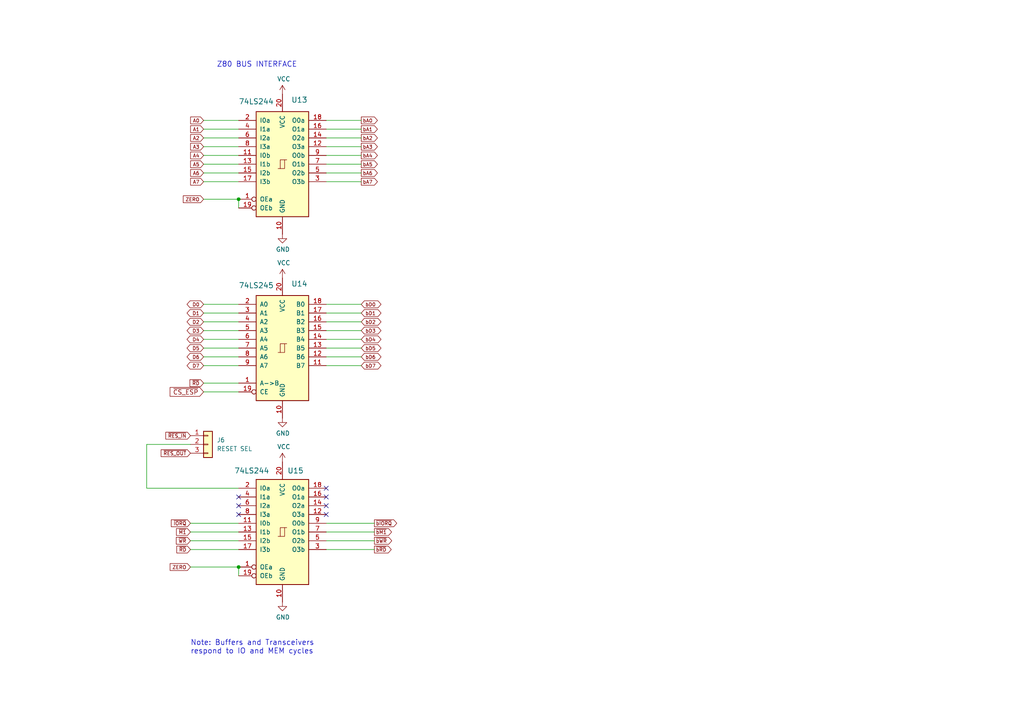
<source format=kicad_sch>
(kicad_sch (version 20211123) (generator eeschema)

  (uuid a150c93d-afbd-4852-9cea-e13a4c25a62b)

  (paper "A4")

  (title_block
    (title "Dual ESP32 IO")
    (date "2023-08-06")
    (rev "V1.0")
    (comment 1 "By Dan Werner")
  )

  (lib_symbols
    (symbol "74xx:74LS244" (pin_names (offset 1.016)) (in_bom yes) (on_board yes)
      (property "Reference" "U" (id 0) (at -7.62 16.51 0)
        (effects (font (size 1.27 1.27)))
      )
      (property "Value" "74LS244" (id 1) (at -7.62 -16.51 0)
        (effects (font (size 1.27 1.27)))
      )
      (property "Footprint" "" (id 2) (at 0 0 0)
        (effects (font (size 1.27 1.27)) hide)
      )
      (property "Datasheet" "http://www.ti.com/lit/ds/symlink/sn74ls244.pdf" (id 3) (at 0 0 0)
        (effects (font (size 1.27 1.27)) hide)
      )
      (property "ki_keywords" "7400 logic ttl low power schottky" (id 4) (at 0 0 0)
        (effects (font (size 1.27 1.27)) hide)
      )
      (property "ki_description" "Octal Buffer and Line Driver With 3-State Output, active-low enables, non-inverting outputs" (id 5) (at 0 0 0)
        (effects (font (size 1.27 1.27)) hide)
      )
      (property "ki_fp_filters" "DIP?20*" (id 6) (at 0 0 0)
        (effects (font (size 1.27 1.27)) hide)
      )
      (symbol "74LS244_1_0"
        (polyline
          (pts
            (xy -0.635 -1.27)
            (xy -0.635 1.27)
            (xy 0.635 1.27)
          )
          (stroke (width 0) (type default) (color 0 0 0 0))
          (fill (type none))
        )
        (polyline
          (pts
            (xy -1.27 -1.27)
            (xy 0.635 -1.27)
            (xy 0.635 1.27)
            (xy 1.27 1.27)
          )
          (stroke (width 0) (type default) (color 0 0 0 0))
          (fill (type none))
        )
        (pin input inverted (at -12.7 -10.16 0) (length 5.08)
          (name "OEa" (effects (font (size 1.27 1.27))))
          (number "1" (effects (font (size 1.27 1.27))))
        )
        (pin power_in line (at 0 -20.32 90) (length 5.08)
          (name "GND" (effects (font (size 1.27 1.27))))
          (number "10" (effects (font (size 1.27 1.27))))
        )
        (pin input line (at -12.7 2.54 0) (length 5.08)
          (name "I0b" (effects (font (size 1.27 1.27))))
          (number "11" (effects (font (size 1.27 1.27))))
        )
        (pin tri_state line (at 12.7 5.08 180) (length 5.08)
          (name "O3a" (effects (font (size 1.27 1.27))))
          (number "12" (effects (font (size 1.27 1.27))))
        )
        (pin input line (at -12.7 0 0) (length 5.08)
          (name "I1b" (effects (font (size 1.27 1.27))))
          (number "13" (effects (font (size 1.27 1.27))))
        )
        (pin tri_state line (at 12.7 7.62 180) (length 5.08)
          (name "O2a" (effects (font (size 1.27 1.27))))
          (number "14" (effects (font (size 1.27 1.27))))
        )
        (pin input line (at -12.7 -2.54 0) (length 5.08)
          (name "I2b" (effects (font (size 1.27 1.27))))
          (number "15" (effects (font (size 1.27 1.27))))
        )
        (pin tri_state line (at 12.7 10.16 180) (length 5.08)
          (name "O1a" (effects (font (size 1.27 1.27))))
          (number "16" (effects (font (size 1.27 1.27))))
        )
        (pin input line (at -12.7 -5.08 0) (length 5.08)
          (name "I3b" (effects (font (size 1.27 1.27))))
          (number "17" (effects (font (size 1.27 1.27))))
        )
        (pin tri_state line (at 12.7 12.7 180) (length 5.08)
          (name "O0a" (effects (font (size 1.27 1.27))))
          (number "18" (effects (font (size 1.27 1.27))))
        )
        (pin input inverted (at -12.7 -12.7 0) (length 5.08)
          (name "OEb" (effects (font (size 1.27 1.27))))
          (number "19" (effects (font (size 1.27 1.27))))
        )
        (pin input line (at -12.7 12.7 0) (length 5.08)
          (name "I0a" (effects (font (size 1.27 1.27))))
          (number "2" (effects (font (size 1.27 1.27))))
        )
        (pin power_in line (at 0 20.32 270) (length 5.08)
          (name "VCC" (effects (font (size 1.27 1.27))))
          (number "20" (effects (font (size 1.27 1.27))))
        )
        (pin tri_state line (at 12.7 -5.08 180) (length 5.08)
          (name "O3b" (effects (font (size 1.27 1.27))))
          (number "3" (effects (font (size 1.27 1.27))))
        )
        (pin input line (at -12.7 10.16 0) (length 5.08)
          (name "I1a" (effects (font (size 1.27 1.27))))
          (number "4" (effects (font (size 1.27 1.27))))
        )
        (pin tri_state line (at 12.7 -2.54 180) (length 5.08)
          (name "O2b" (effects (font (size 1.27 1.27))))
          (number "5" (effects (font (size 1.27 1.27))))
        )
        (pin input line (at -12.7 7.62 0) (length 5.08)
          (name "I2a" (effects (font (size 1.27 1.27))))
          (number "6" (effects (font (size 1.27 1.27))))
        )
        (pin tri_state line (at 12.7 0 180) (length 5.08)
          (name "O1b" (effects (font (size 1.27 1.27))))
          (number "7" (effects (font (size 1.27 1.27))))
        )
        (pin input line (at -12.7 5.08 0) (length 5.08)
          (name "I3a" (effects (font (size 1.27 1.27))))
          (number "8" (effects (font (size 1.27 1.27))))
        )
        (pin tri_state line (at 12.7 2.54 180) (length 5.08)
          (name "O0b" (effects (font (size 1.27 1.27))))
          (number "9" (effects (font (size 1.27 1.27))))
        )
      )
      (symbol "74LS244_1_1"
        (rectangle (start -7.62 15.24) (end 7.62 -15.24)
          (stroke (width 0.254) (type default) (color 0 0 0 0))
          (fill (type background))
        )
      )
    )
    (symbol "74xx:74LS245" (pin_names (offset 1.016)) (in_bom yes) (on_board yes)
      (property "Reference" "U" (id 0) (at -7.62 16.51 0)
        (effects (font (size 1.27 1.27)))
      )
      (property "Value" "74LS245" (id 1) (at -7.62 -16.51 0)
        (effects (font (size 1.27 1.27)))
      )
      (property "Footprint" "" (id 2) (at 0 0 0)
        (effects (font (size 1.27 1.27)) hide)
      )
      (property "Datasheet" "http://www.ti.com/lit/gpn/sn74LS245" (id 3) (at 0 0 0)
        (effects (font (size 1.27 1.27)) hide)
      )
      (property "ki_locked" "" (id 4) (at 0 0 0)
        (effects (font (size 1.27 1.27)))
      )
      (property "ki_keywords" "TTL BUS 3State" (id 5) (at 0 0 0)
        (effects (font (size 1.27 1.27)) hide)
      )
      (property "ki_description" "Octal BUS Transceivers, 3-State outputs" (id 6) (at 0 0 0)
        (effects (font (size 1.27 1.27)) hide)
      )
      (property "ki_fp_filters" "DIP?20*" (id 7) (at 0 0 0)
        (effects (font (size 1.27 1.27)) hide)
      )
      (symbol "74LS245_1_0"
        (polyline
          (pts
            (xy -0.635 -1.27)
            (xy -0.635 1.27)
            (xy 0.635 1.27)
          )
          (stroke (width 0) (type default) (color 0 0 0 0))
          (fill (type none))
        )
        (polyline
          (pts
            (xy -1.27 -1.27)
            (xy 0.635 -1.27)
            (xy 0.635 1.27)
            (xy 1.27 1.27)
          )
          (stroke (width 0) (type default) (color 0 0 0 0))
          (fill (type none))
        )
        (pin input line (at -12.7 -10.16 0) (length 5.08)
          (name "A->B" (effects (font (size 1.27 1.27))))
          (number "1" (effects (font (size 1.27 1.27))))
        )
        (pin power_in line (at 0 -20.32 90) (length 5.08)
          (name "GND" (effects (font (size 1.27 1.27))))
          (number "10" (effects (font (size 1.27 1.27))))
        )
        (pin tri_state line (at 12.7 -5.08 180) (length 5.08)
          (name "B7" (effects (font (size 1.27 1.27))))
          (number "11" (effects (font (size 1.27 1.27))))
        )
        (pin tri_state line (at 12.7 -2.54 180) (length 5.08)
          (name "B6" (effects (font (size 1.27 1.27))))
          (number "12" (effects (font (size 1.27 1.27))))
        )
        (pin tri_state line (at 12.7 0 180) (length 5.08)
          (name "B5" (effects (font (size 1.27 1.27))))
          (number "13" (effects (font (size 1.27 1.27))))
        )
        (pin tri_state line (at 12.7 2.54 180) (length 5.08)
          (name "B4" (effects (font (size 1.27 1.27))))
          (number "14" (effects (font (size 1.27 1.27))))
        )
        (pin tri_state line (at 12.7 5.08 180) (length 5.08)
          (name "B3" (effects (font (size 1.27 1.27))))
          (number "15" (effects (font (size 1.27 1.27))))
        )
        (pin tri_state line (at 12.7 7.62 180) (length 5.08)
          (name "B2" (effects (font (size 1.27 1.27))))
          (number "16" (effects (font (size 1.27 1.27))))
        )
        (pin tri_state line (at 12.7 10.16 180) (length 5.08)
          (name "B1" (effects (font (size 1.27 1.27))))
          (number "17" (effects (font (size 1.27 1.27))))
        )
        (pin tri_state line (at 12.7 12.7 180) (length 5.08)
          (name "B0" (effects (font (size 1.27 1.27))))
          (number "18" (effects (font (size 1.27 1.27))))
        )
        (pin input inverted (at -12.7 -12.7 0) (length 5.08)
          (name "CE" (effects (font (size 1.27 1.27))))
          (number "19" (effects (font (size 1.27 1.27))))
        )
        (pin tri_state line (at -12.7 12.7 0) (length 5.08)
          (name "A0" (effects (font (size 1.27 1.27))))
          (number "2" (effects (font (size 1.27 1.27))))
        )
        (pin power_in line (at 0 20.32 270) (length 5.08)
          (name "VCC" (effects (font (size 1.27 1.27))))
          (number "20" (effects (font (size 1.27 1.27))))
        )
        (pin tri_state line (at -12.7 10.16 0) (length 5.08)
          (name "A1" (effects (font (size 1.27 1.27))))
          (number "3" (effects (font (size 1.27 1.27))))
        )
        (pin tri_state line (at -12.7 7.62 0) (length 5.08)
          (name "A2" (effects (font (size 1.27 1.27))))
          (number "4" (effects (font (size 1.27 1.27))))
        )
        (pin tri_state line (at -12.7 5.08 0) (length 5.08)
          (name "A3" (effects (font (size 1.27 1.27))))
          (number "5" (effects (font (size 1.27 1.27))))
        )
        (pin tri_state line (at -12.7 2.54 0) (length 5.08)
          (name "A4" (effects (font (size 1.27 1.27))))
          (number "6" (effects (font (size 1.27 1.27))))
        )
        (pin tri_state line (at -12.7 0 0) (length 5.08)
          (name "A5" (effects (font (size 1.27 1.27))))
          (number "7" (effects (font (size 1.27 1.27))))
        )
        (pin tri_state line (at -12.7 -2.54 0) (length 5.08)
          (name "A6" (effects (font (size 1.27 1.27))))
          (number "8" (effects (font (size 1.27 1.27))))
        )
        (pin tri_state line (at -12.7 -5.08 0) (length 5.08)
          (name "A7" (effects (font (size 1.27 1.27))))
          (number "9" (effects (font (size 1.27 1.27))))
        )
      )
      (symbol "74LS245_1_1"
        (rectangle (start -7.62 15.24) (end 7.62 -15.24)
          (stroke (width 0.254) (type default) (color 0 0 0 0))
          (fill (type background))
        )
      )
    )
    (symbol "Connector_Generic:Conn_01x03" (pin_names (offset 1.016) hide) (in_bom yes) (on_board yes)
      (property "Reference" "J" (id 0) (at 0 5.08 0)
        (effects (font (size 1.27 1.27)))
      )
      (property "Value" "Conn_01x03" (id 1) (at 0 -5.08 0)
        (effects (font (size 1.27 1.27)))
      )
      (property "Footprint" "" (id 2) (at 0 0 0)
        (effects (font (size 1.27 1.27)) hide)
      )
      (property "Datasheet" "~" (id 3) (at 0 0 0)
        (effects (font (size 1.27 1.27)) hide)
      )
      (property "ki_keywords" "connector" (id 4) (at 0 0 0)
        (effects (font (size 1.27 1.27)) hide)
      )
      (property "ki_description" "Generic connector, single row, 01x03, script generated (kicad-library-utils/schlib/autogen/connector/)" (id 5) (at 0 0 0)
        (effects (font (size 1.27 1.27)) hide)
      )
      (property "ki_fp_filters" "Connector*:*_1x??_*" (id 6) (at 0 0 0)
        (effects (font (size 1.27 1.27)) hide)
      )
      (symbol "Conn_01x03_1_1"
        (rectangle (start -1.27 -2.413) (end 0 -2.667)
          (stroke (width 0.1524) (type default) (color 0 0 0 0))
          (fill (type none))
        )
        (rectangle (start -1.27 0.127) (end 0 -0.127)
          (stroke (width 0.1524) (type default) (color 0 0 0 0))
          (fill (type none))
        )
        (rectangle (start -1.27 2.667) (end 0 2.413)
          (stroke (width 0.1524) (type default) (color 0 0 0 0))
          (fill (type none))
        )
        (rectangle (start -1.27 3.81) (end 1.27 -3.81)
          (stroke (width 0.254) (type default) (color 0 0 0 0))
          (fill (type background))
        )
        (pin passive line (at -5.08 2.54 0) (length 3.81)
          (name "Pin_1" (effects (font (size 1.27 1.27))))
          (number "1" (effects (font (size 1.27 1.27))))
        )
        (pin passive line (at -5.08 0 0) (length 3.81)
          (name "Pin_2" (effects (font (size 1.27 1.27))))
          (number "2" (effects (font (size 1.27 1.27))))
        )
        (pin passive line (at -5.08 -2.54 0) (length 3.81)
          (name "Pin_3" (effects (font (size 1.27 1.27))))
          (number "3" (effects (font (size 1.27 1.27))))
        )
      )
    )
    (symbol "power:GND" (power) (pin_names (offset 0)) (in_bom yes) (on_board yes)
      (property "Reference" "#PWR" (id 0) (at 0 -6.35 0)
        (effects (font (size 1.27 1.27)) hide)
      )
      (property "Value" "GND" (id 1) (at 0 -3.81 0)
        (effects (font (size 1.27 1.27)))
      )
      (property "Footprint" "" (id 2) (at 0 0 0)
        (effects (font (size 1.27 1.27)) hide)
      )
      (property "Datasheet" "" (id 3) (at 0 0 0)
        (effects (font (size 1.27 1.27)) hide)
      )
      (property "ki_keywords" "global power" (id 4) (at 0 0 0)
        (effects (font (size 1.27 1.27)) hide)
      )
      (property "ki_description" "Power symbol creates a global label with name \"GND\" , ground" (id 5) (at 0 0 0)
        (effects (font (size 1.27 1.27)) hide)
      )
      (symbol "GND_0_1"
        (polyline
          (pts
            (xy 0 0)
            (xy 0 -1.27)
            (xy 1.27 -1.27)
            (xy 0 -2.54)
            (xy -1.27 -1.27)
            (xy 0 -1.27)
          )
          (stroke (width 0) (type default) (color 0 0 0 0))
          (fill (type none))
        )
      )
      (symbol "GND_1_1"
        (pin power_in line (at 0 0 270) (length 0) hide
          (name "GND" (effects (font (size 1.27 1.27))))
          (number "1" (effects (font (size 1.27 1.27))))
        )
      )
    )
    (symbol "power:VCC" (power) (pin_names (offset 0)) (in_bom yes) (on_board yes)
      (property "Reference" "#PWR" (id 0) (at 0 -3.81 0)
        (effects (font (size 1.27 1.27)) hide)
      )
      (property "Value" "VCC" (id 1) (at 0 3.81 0)
        (effects (font (size 1.27 1.27)))
      )
      (property "Footprint" "" (id 2) (at 0 0 0)
        (effects (font (size 1.27 1.27)) hide)
      )
      (property "Datasheet" "" (id 3) (at 0 0 0)
        (effects (font (size 1.27 1.27)) hide)
      )
      (property "ki_keywords" "global power" (id 4) (at 0 0 0)
        (effects (font (size 1.27 1.27)) hide)
      )
      (property "ki_description" "Power symbol creates a global label with name \"VCC\"" (id 5) (at 0 0 0)
        (effects (font (size 1.27 1.27)) hide)
      )
      (symbol "VCC_0_1"
        (polyline
          (pts
            (xy -0.762 1.27)
            (xy 0 2.54)
          )
          (stroke (width 0) (type default) (color 0 0 0 0))
          (fill (type none))
        )
        (polyline
          (pts
            (xy 0 0)
            (xy 0 2.54)
          )
          (stroke (width 0) (type default) (color 0 0 0 0))
          (fill (type none))
        )
        (polyline
          (pts
            (xy 0 2.54)
            (xy 0.762 1.27)
          )
          (stroke (width 0) (type default) (color 0 0 0 0))
          (fill (type none))
        )
      )
      (symbol "VCC_1_1"
        (pin power_in line (at 0 0 90) (length 0) hide
          (name "VCC" (effects (font (size 1.27 1.27))))
          (number "1" (effects (font (size 1.27 1.27))))
        )
      )
    )
  )

  (junction (at 69.215 57.785) (diameter 0) (color 0 0 0 0)
    (uuid 940ecbae-56d6-43be-8053-23b20d9f8307)
  )
  (junction (at 69.215 164.465) (diameter 0) (color 0 0 0 0)
    (uuid ec194f54-52c3-410c-adb7-eb6317f36d10)
  )

  (no_connect (at 94.615 144.145) (uuid 1e813506-8a47-48dd-8c56-021e0c65116f))
  (no_connect (at 69.215 146.685) (uuid 22b4b00b-ed94-472c-b695-8fe0881b7beb))
  (no_connect (at 69.215 144.145) (uuid 478bec85-6bae-4eaf-a118-d1c2b7e44f59))
  (no_connect (at 94.615 146.685) (uuid 70b9b17f-0e4f-47c4-953e-a89e7536e39d))
  (no_connect (at 69.215 149.225) (uuid 9e6fde63-8e09-45f1-b957-0dc012a73bca))
  (no_connect (at 94.615 149.225) (uuid a19a2a7d-0ad0-425f-a894-563be7efa4cf))
  (no_connect (at 94.615 141.605) (uuid aec11c76-832d-4421-bb89-60d0ef861bf6))

  (wire (pts (xy 59.055 95.885) (xy 69.215 95.885))
    (stroke (width 0) (type default) (color 0 0 0 0))
    (uuid 00e6a4d1-1a5b-4715-9aba-0e0e78758e50)
  )
  (wire (pts (xy 59.055 111.125) (xy 69.215 111.125))
    (stroke (width 0) (type default) (color 0 0 0 0))
    (uuid 0349af71-4bdb-4361-817c-4cca9a5c1dea)
  )
  (wire (pts (xy 94.615 93.345) (xy 104.775 93.345))
    (stroke (width 0) (type default) (color 0 0 0 0))
    (uuid 056d8058-35b3-4164-b497-544349fce931)
  )
  (wire (pts (xy 59.055 100.965) (xy 69.215 100.965))
    (stroke (width 0) (type default) (color 0 0 0 0))
    (uuid 086f8617-a8ca-4db2-bc43-6d2872b93708)
  )
  (wire (pts (xy 59.055 42.545) (xy 69.215 42.545))
    (stroke (width 0) (type default) (color 0 0 0 0))
    (uuid 0bcad565-3dca-4339-8b00-6b753e2b1349)
  )
  (wire (pts (xy 94.615 103.505) (xy 104.775 103.505))
    (stroke (width 0) (type default) (color 0 0 0 0))
    (uuid 12d6d711-04ca-40f6-b37c-011b20484cd4)
  )
  (wire (pts (xy 59.055 37.465) (xy 69.215 37.465))
    (stroke (width 0) (type default) (color 0 0 0 0))
    (uuid 14453834-a95d-411f-9dd2-625110d76890)
  )
  (wire (pts (xy 94.615 156.845) (xy 108.585 156.845))
    (stroke (width 0) (type default) (color 0 0 0 0))
    (uuid 1d5f805e-fb24-491f-8a87-b1f7d0d524ba)
  )
  (wire (pts (xy 94.615 95.885) (xy 104.775 95.885))
    (stroke (width 0) (type default) (color 0 0 0 0))
    (uuid 25465bf9-cecb-4425-80da-f0d1cac350f4)
  )
  (wire (pts (xy 94.615 40.005) (xy 104.775 40.005))
    (stroke (width 0) (type default) (color 0 0 0 0))
    (uuid 2651d484-aabf-47c2-a4eb-1607ac181aba)
  )
  (wire (pts (xy 42.545 128.905) (xy 42.545 141.605))
    (stroke (width 0) (type default) (color 0 0 0 0))
    (uuid 2903c6b9-a512-47ea-9ccb-39b2191eb00d)
  )
  (wire (pts (xy 94.615 42.545) (xy 104.775 42.545))
    (stroke (width 0) (type default) (color 0 0 0 0))
    (uuid 2eae0a6b-7e31-4805-bccb-054f6e9e39e7)
  )
  (wire (pts (xy 94.615 154.305) (xy 108.585 154.305))
    (stroke (width 0) (type default) (color 0 0 0 0))
    (uuid 32a254b8-8b9a-4dbe-a700-f7820f00497e)
  )
  (wire (pts (xy 94.615 100.965) (xy 104.775 100.965))
    (stroke (width 0) (type default) (color 0 0 0 0))
    (uuid 3704d750-d87f-4721-8488-0eb12edb6b55)
  )
  (wire (pts (xy 69.215 60.325) (xy 69.215 57.785))
    (stroke (width 0) (type default) (color 0 0 0 0))
    (uuid 3b1b18ae-e291-4083-9d40-22ae378ffbad)
  )
  (wire (pts (xy 94.615 159.385) (xy 108.585 159.385))
    (stroke (width 0) (type default) (color 0 0 0 0))
    (uuid 3f9e326f-d1e8-4e9c-8815-8351df03f903)
  )
  (wire (pts (xy 59.055 88.265) (xy 69.215 88.265))
    (stroke (width 0) (type default) (color 0 0 0 0))
    (uuid 4dc5bea0-b6f4-4aec-b3c0-0428765634a9)
  )
  (wire (pts (xy 59.055 50.165) (xy 69.215 50.165))
    (stroke (width 0) (type default) (color 0 0 0 0))
    (uuid 4f779b8f-e3c7-4096-a688-3ea29bc96416)
  )
  (wire (pts (xy 59.055 45.085) (xy 69.215 45.085))
    (stroke (width 0) (type default) (color 0 0 0 0))
    (uuid 59b8bebe-4f7f-47c1-afd7-4e313ef5dc38)
  )
  (wire (pts (xy 94.615 52.705) (xy 104.775 52.705))
    (stroke (width 0) (type default) (color 0 0 0 0))
    (uuid 690c65b4-1414-41f1-a266-bd6b90a8b1eb)
  )
  (wire (pts (xy 94.615 45.085) (xy 104.775 45.085))
    (stroke (width 0) (type default) (color 0 0 0 0))
    (uuid 75315fb5-3cb6-41e0-8d1b-3add3e8c3c05)
  )
  (wire (pts (xy 55.245 159.385) (xy 69.215 159.385))
    (stroke (width 0) (type default) (color 0 0 0 0))
    (uuid 82149f68-34db-474c-aab8-9c22c4d74e01)
  )
  (wire (pts (xy 59.055 90.805) (xy 69.215 90.805))
    (stroke (width 0) (type default) (color 0 0 0 0))
    (uuid 84530fc4-c751-400a-8ad5-157ee383dda2)
  )
  (wire (pts (xy 94.615 90.805) (xy 104.775 90.805))
    (stroke (width 0) (type default) (color 0 0 0 0))
    (uuid 90658f5f-1248-4b8a-a037-05e7b7c35da3)
  )
  (wire (pts (xy 94.615 34.925) (xy 104.775 34.925))
    (stroke (width 0) (type default) (color 0 0 0 0))
    (uuid 90c5b347-dbfb-4cfe-9d75-d19f62bc480d)
  )
  (wire (pts (xy 59.055 47.625) (xy 69.215 47.625))
    (stroke (width 0) (type default) (color 0 0 0 0))
    (uuid 91f1575d-c610-4222-b631-1068df39e25f)
  )
  (wire (pts (xy 55.245 151.765) (xy 69.215 151.765))
    (stroke (width 0) (type default) (color 0 0 0 0))
    (uuid 922ebf9e-ecf8-4b1b-976a-63b26ef50a4e)
  )
  (wire (pts (xy 94.615 151.765) (xy 108.585 151.765))
    (stroke (width 0) (type default) (color 0 0 0 0))
    (uuid 9f51d47f-521e-4106-abd8-c5e212cac679)
  )
  (wire (pts (xy 59.055 57.785) (xy 69.215 57.785))
    (stroke (width 0) (type default) (color 0 0 0 0))
    (uuid a1acd90c-0501-4f75-adc5-9af7178ae728)
  )
  (wire (pts (xy 94.615 88.265) (xy 104.775 88.265))
    (stroke (width 0) (type default) (color 0 0 0 0))
    (uuid a37fc483-8e39-487e-94b1-8ca080645cf5)
  )
  (wire (pts (xy 59.055 98.425) (xy 69.215 98.425))
    (stroke (width 0) (type default) (color 0 0 0 0))
    (uuid b0627e0d-f87a-4562-b48a-f9025fceedf6)
  )
  (wire (pts (xy 94.615 106.045) (xy 104.775 106.045))
    (stroke (width 0) (type default) (color 0 0 0 0))
    (uuid b077f8e9-e514-42de-a040-c6742146ac0e)
  )
  (wire (pts (xy 59.055 93.345) (xy 69.215 93.345))
    (stroke (width 0) (type default) (color 0 0 0 0))
    (uuid b5686a9d-9a6a-446d-bc85-aad013b9b513)
  )
  (wire (pts (xy 94.615 50.165) (xy 104.775 50.165))
    (stroke (width 0) (type default) (color 0 0 0 0))
    (uuid b6eef278-942e-4121-a2d9-c5b1de9f8f60)
  )
  (wire (pts (xy 94.615 37.465) (xy 104.775 37.465))
    (stroke (width 0) (type default) (color 0 0 0 0))
    (uuid badb036e-da75-4b20-8d7f-d187b5cf0f21)
  )
  (wire (pts (xy 59.055 106.045) (xy 69.215 106.045))
    (stroke (width 0) (type default) (color 0 0 0 0))
    (uuid bbd14609-6d0b-4cfc-a380-4d607517a7e2)
  )
  (wire (pts (xy 55.245 154.305) (xy 69.215 154.305))
    (stroke (width 0) (type default) (color 0 0 0 0))
    (uuid bc231d5c-7aeb-4f9d-aba8-eee1aee56a88)
  )
  (wire (pts (xy 42.545 141.605) (xy 69.215 141.605))
    (stroke (width 0) (type default) (color 0 0 0 0))
    (uuid c025c3f0-2f7d-4014-8d1a-4890db3a0f3f)
  )
  (wire (pts (xy 94.615 47.625) (xy 104.775 47.625))
    (stroke (width 0) (type default) (color 0 0 0 0))
    (uuid c061b02c-5c86-48e7-8364-7d70932b6e9c)
  )
  (wire (pts (xy 69.215 164.465) (xy 69.215 167.005))
    (stroke (width 0) (type default) (color 0 0 0 0))
    (uuid c5eccda0-d169-4b07-8e42-0a7247256219)
  )
  (wire (pts (xy 94.615 98.425) (xy 104.775 98.425))
    (stroke (width 0) (type default) (color 0 0 0 0))
    (uuid ca75b9a8-88ff-4cca-9136-1a44f7ee082d)
  )
  (wire (pts (xy 55.245 156.845) (xy 69.215 156.845))
    (stroke (width 0) (type default) (color 0 0 0 0))
    (uuid cd76de0e-280d-4e66-88eb-98ea543ba834)
  )
  (wire (pts (xy 59.055 40.005) (xy 69.215 40.005))
    (stroke (width 0) (type default) (color 0 0 0 0))
    (uuid d17d395c-becd-479c-8d8b-e94bfeeaf8ea)
  )
  (wire (pts (xy 59.055 113.665) (xy 69.215 113.665))
    (stroke (width 0) (type default) (color 0 0 0 0))
    (uuid d78352b5-d2d4-44ce-8683-3d0a7a59dac3)
  )
  (wire (pts (xy 55.245 164.465) (xy 69.215 164.465))
    (stroke (width 0) (type default) (color 0 0 0 0))
    (uuid ddfc1309-c57b-4465-bb92-a9a9533aefeb)
  )
  (wire (pts (xy 42.545 128.905) (xy 55.245 128.905))
    (stroke (width 0) (type default) (color 0 0 0 0))
    (uuid e4194271-eb6f-4906-9a3a-cc6d8e4b69c8)
  )
  (wire (pts (xy 59.055 34.925) (xy 69.215 34.925))
    (stroke (width 0) (type default) (color 0 0 0 0))
    (uuid ec0462c5-1dd8-4936-ae19-99ddb33cecfe)
  )
  (wire (pts (xy 59.055 103.505) (xy 69.215 103.505))
    (stroke (width 0) (type default) (color 0 0 0 0))
    (uuid f117fe2d-8636-49f8-bdf9-c5176210e1b6)
  )
  (wire (pts (xy 59.055 52.705) (xy 69.215 52.705))
    (stroke (width 0) (type default) (color 0 0 0 0))
    (uuid fe5f627e-fadf-4dc9-916b-3f41e469023c)
  )

  (text "Note: Buffers and Transceivers\nrespond to IO and MEM cycles"
    (at 55.245 189.865 0)
    (effects (font (size 1.524 1.524)) (justify left bottom))
    (uuid 7d58ba94-16ca-49f1-8fdd-777b187129b7)
  )
  (text "Z80 BUS INTERFACE" (at 62.865 19.685 0)
    (effects (font (size 1.524 1.524)) (justify left bottom))
    (uuid 9d75f061-443d-46b6-a459-74518429f6a9)
  )

  (global_label "A5" (shape input) (at 59.055 47.625 180) (fields_autoplaced)
    (effects (font (size 1.016 1.016)) (justify right))
    (uuid 0394e9be-8079-4eb5-8c47-c6326653c2a0)
    (property "Intersheet References" "${INTERSHEET_REFS}" (id 0) (at -98.425 -15.875 0)
      (effects (font (size 1.27 1.27)) hide)
    )
  )
  (global_label "~{RES_IN}" (shape input) (at 55.245 126.365 180) (fields_autoplaced)
    (effects (font (size 1.016 1.016)) (justify right))
    (uuid 163266a6-7cf7-4940-8453-b68421cce376)
    (property "Intersheet References" "${INTERSHEET_REFS}" (id 0) (at 48.1606 126.3015 0)
      (effects (font (size 1.016 1.016)) (justify right) hide)
    )
  )
  (global_label "~{RD}" (shape input) (at 55.245 159.385 180) (fields_autoplaced)
    (effects (font (size 1.016 1.016)) (justify right))
    (uuid 196ffa4a-a1d9-48d2-81d2-deff863d49bd)
    (property "Intersheet References" "${INTERSHEET_REFS}" (id 0) (at -98.425 -15.875 0)
      (effects (font (size 1.27 1.27)) hide)
    )
  )
  (global_label "bD3" (shape bidirectional) (at 104.775 95.885 0) (fields_autoplaced)
    (effects (font (size 1.016 1.016)) (justify left))
    (uuid 1dac1ab3-34a9-4d67-98eb-a4ef3f0c130b)
    (property "Intersheet References" "${INTERSHEET_REFS}" (id 0) (at -98.425 -15.875 0)
      (effects (font (size 1.27 1.27)) hide)
    )
  )
  (global_label "D7" (shape bidirectional) (at 59.055 106.045 180) (fields_autoplaced)
    (effects (font (size 1.016 1.016)) (justify right))
    (uuid 1ed6a73f-c40f-4dbe-bf2d-bbb81891db93)
    (property "Intersheet References" "${INTERSHEET_REFS}" (id 0) (at -98.425 -15.875 0)
      (effects (font (size 1.27 1.27)) hide)
    )
  )
  (global_label "~{WR}" (shape input) (at 55.245 156.845 180) (fields_autoplaced)
    (effects (font (size 1.016 1.016)) (justify right))
    (uuid 21b680f7-6cc4-4a27-97a1-653cef7b0c9a)
    (property "Intersheet References" "${INTERSHEET_REFS}" (id 0) (at -98.425 -15.875 0)
      (effects (font (size 1.27 1.27)) hide)
    )
  )
  (global_label "bA4" (shape output) (at 104.775 45.085 0) (fields_autoplaced)
    (effects (font (size 1.016 1.016)) (justify left))
    (uuid 21cc4b9c-b5e1-4008-a6c5-3eb7b879761f)
    (property "Intersheet References" "${INTERSHEET_REFS}" (id 0) (at -98.425 -15.875 0)
      (effects (font (size 1.27 1.27)) hide)
    )
  )
  (global_label "D2" (shape bidirectional) (at 59.055 93.345 180) (fields_autoplaced)
    (effects (font (size 1.016 1.016)) (justify right))
    (uuid 2526f020-3981-42e1-949b-c37ce882fb0c)
    (property "Intersheet References" "${INTERSHEET_REFS}" (id 0) (at -98.425 -15.875 0)
      (effects (font (size 1.27 1.27)) hide)
    )
  )
  (global_label "~{bIORQ}" (shape output) (at 108.585 151.765 0) (fields_autoplaced)
    (effects (font (size 1.016 1.016)) (justify left))
    (uuid 2a177595-9fbb-4d64-83be-08ad19f8558f)
    (property "Intersheet References" "${INTERSHEET_REFS}" (id 0) (at -98.425 -15.875 0)
      (effects (font (size 1.27 1.27)) hide)
    )
  )
  (global_label "A1" (shape input) (at 59.055 37.465 180) (fields_autoplaced)
    (effects (font (size 1.016 1.016)) (justify right))
    (uuid 2f183afd-c34e-4f41-927b-2b832f6c05b4)
    (property "Intersheet References" "${INTERSHEET_REFS}" (id 0) (at -98.425 -15.875 0)
      (effects (font (size 1.27 1.27)) hide)
    )
  )
  (global_label "bA5" (shape output) (at 104.775 47.625 0) (fields_autoplaced)
    (effects (font (size 1.016 1.016)) (justify left))
    (uuid 2f9f7341-0703-488b-905a-3319cefa1d18)
    (property "Intersheet References" "${INTERSHEET_REFS}" (id 0) (at -98.425 -15.875 0)
      (effects (font (size 1.27 1.27)) hide)
    )
  )
  (global_label "bA2" (shape output) (at 104.775 40.005 0) (fields_autoplaced)
    (effects (font (size 1.016 1.016)) (justify left))
    (uuid 34e7d336-ed70-4d1e-951f-f732f792331e)
    (property "Intersheet References" "${INTERSHEET_REFS}" (id 0) (at -98.425 -15.875 0)
      (effects (font (size 1.27 1.27)) hide)
    )
  )
  (global_label "bA1" (shape output) (at 104.775 37.465 0) (fields_autoplaced)
    (effects (font (size 1.016 1.016)) (justify left))
    (uuid 3a5f4520-58dd-421a-af27-2e3a0f0d4c34)
    (property "Intersheet References" "${INTERSHEET_REFS}" (id 0) (at -98.425 -15.875 0)
      (effects (font (size 1.27 1.27)) hide)
    )
  )
  (global_label "bA7" (shape output) (at 104.775 52.705 0) (fields_autoplaced)
    (effects (font (size 1.016 1.016)) (justify left))
    (uuid 3fe3eeb9-91cf-4502-a978-5e80670230a3)
    (property "Intersheet References" "${INTERSHEET_REFS}" (id 0) (at -98.425 -15.875 0)
      (effects (font (size 1.27 1.27)) hide)
    )
  )
  (global_label "ZERO" (shape input) (at 59.055 57.785 180) (fields_autoplaced)
    (effects (font (size 1.016 1.016)) (justify right))
    (uuid 4b0d6a7a-d52e-48ed-9e02-2d7c3e6fa4e9)
    (property "Intersheet References" "${INTERSHEET_REFS}" (id 0) (at -98.425 -15.875 0)
      (effects (font (size 1.27 1.27)) hide)
    )
  )
  (global_label "bA6" (shape output) (at 104.775 50.165 0) (fields_autoplaced)
    (effects (font (size 1.016 1.016)) (justify left))
    (uuid 5353821d-11b5-4411-8ff1-3ee070cc6642)
    (property "Intersheet References" "${INTERSHEET_REFS}" (id 0) (at -98.425 -15.875 0)
      (effects (font (size 1.27 1.27)) hide)
    )
  )
  (global_label "A2" (shape input) (at 59.055 40.005 180) (fields_autoplaced)
    (effects (font (size 1.016 1.016)) (justify right))
    (uuid 536d8d2a-8f9d-45d2-9313-47aaecc7cde2)
    (property "Intersheet References" "${INTERSHEET_REFS}" (id 0) (at -98.425 -15.875 0)
      (effects (font (size 1.27 1.27)) hide)
    )
  )
  (global_label "A4" (shape input) (at 59.055 45.085 180) (fields_autoplaced)
    (effects (font (size 1.016 1.016)) (justify right))
    (uuid 545916b2-5fd6-4c21-8ec6-e1f824830f2a)
    (property "Intersheet References" "${INTERSHEET_REFS}" (id 0) (at -98.425 -15.875 0)
      (effects (font (size 1.27 1.27)) hide)
    )
  )
  (global_label "bD4" (shape bidirectional) (at 104.775 98.425 0) (fields_autoplaced)
    (effects (font (size 1.016 1.016)) (justify left))
    (uuid 54aedb56-2eb1-4d07-b812-678461f0bc74)
    (property "Intersheet References" "${INTERSHEET_REFS}" (id 0) (at -98.425 -15.875 0)
      (effects (font (size 1.27 1.27)) hide)
    )
  )
  (global_label "~{bM1}" (shape output) (at 108.585 154.305 0) (fields_autoplaced)
    (effects (font (size 1.016 1.016)) (justify left))
    (uuid 55f07774-d02d-416e-bab8-26c5ad3875de)
    (property "Intersheet References" "${INTERSHEET_REFS}" (id 0) (at -98.425 -15.875 0)
      (effects (font (size 1.27 1.27)) hide)
    )
  )
  (global_label "~{RD}" (shape input) (at 59.055 111.125 180) (fields_autoplaced)
    (effects (font (size 1.016 1.016)) (justify right))
    (uuid 587f634e-edf5-4120-a89b-505f2d7433c9)
    (property "Intersheet References" "${INTERSHEET_REFS}" (id 0) (at -98.425 -15.875 0)
      (effects (font (size 1.27 1.27)) hide)
    )
  )
  (global_label "~{IORQ}" (shape input) (at 55.245 151.765 180) (fields_autoplaced)
    (effects (font (size 1.016 1.016)) (justify right))
    (uuid 5c3d9ad4-6a30-4230-8b1d-dee5220d7c4c)
    (property "Intersheet References" "${INTERSHEET_REFS}" (id 0) (at -98.425 -15.875 0)
      (effects (font (size 1.27 1.27)) hide)
    )
  )
  (global_label "bD5" (shape bidirectional) (at 104.775 100.965 0) (fields_autoplaced)
    (effects (font (size 1.016 1.016)) (justify left))
    (uuid 60779d84-1f3c-435a-8de5-a3918909fd68)
    (property "Intersheet References" "${INTERSHEET_REFS}" (id 0) (at -98.425 -15.875 0)
      (effects (font (size 1.27 1.27)) hide)
    )
  )
  (global_label "bA0" (shape output) (at 104.775 34.925 0) (fields_autoplaced)
    (effects (font (size 1.016 1.016)) (justify left))
    (uuid 65dfde8c-72bf-4a1d-b96c-4bf6b606844f)
    (property "Intersheet References" "${INTERSHEET_REFS}" (id 0) (at -98.425 -15.875 0)
      (effects (font (size 1.27 1.27)) hide)
    )
  )
  (global_label "~{RES_OUT}" (shape input) (at 55.245 131.445 180) (fields_autoplaced)
    (effects (font (size 1.016 1.016)) (justify right))
    (uuid 6a187f43-8ba3-419c-a65b-597ee15317b8)
    (property "Intersheet References" "${INTERSHEET_REFS}" (id 0) (at -205.105 36.195 0)
      (effects (font (size 1.27 1.27)) hide)
    )
  )
  (global_label "~{bWR}" (shape output) (at 108.585 156.845 0) (fields_autoplaced)
    (effects (font (size 1.016 1.016)) (justify left))
    (uuid 6bdbf405-4718-4aea-8649-c5f66babc15f)
    (property "Intersheet References" "${INTERSHEET_REFS}" (id 0) (at 113.5407 156.7815 0)
      (effects (font (size 1.016 1.016)) (justify left) hide)
    )
  )
  (global_label "A6" (shape input) (at 59.055 50.165 180) (fields_autoplaced)
    (effects (font (size 1.016 1.016)) (justify right))
    (uuid 70423b99-7c63-4c50-a5f7-a53c0b12a828)
    (property "Intersheet References" "${INTERSHEET_REFS}" (id 0) (at -98.425 -15.875 0)
      (effects (font (size 1.27 1.27)) hide)
    )
  )
  (global_label "bD0" (shape bidirectional) (at 104.775 88.265 0) (fields_autoplaced)
    (effects (font (size 1.016 1.016)) (justify left))
    (uuid 766b7e50-0c7a-4d0e-a50d-46a6fc6c3fa6)
    (property "Intersheet References" "${INTERSHEET_REFS}" (id 0) (at -98.425 -15.875 0)
      (effects (font (size 1.27 1.27)) hide)
    )
  )
  (global_label "D6" (shape bidirectional) (at 59.055 103.505 180) (fields_autoplaced)
    (effects (font (size 1.016 1.016)) (justify right))
    (uuid 820801bc-55d2-4682-8371-31c0009fea88)
    (property "Intersheet References" "${INTERSHEET_REFS}" (id 0) (at -98.425 -15.875 0)
      (effects (font (size 1.27 1.27)) hide)
    )
  )
  (global_label "~{M1}" (shape input) (at 55.245 154.305 180) (fields_autoplaced)
    (effects (font (size 1.016 1.016)) (justify right))
    (uuid 846f7d80-1d9e-4c3a-8876-33b6afa6015e)
    (property "Intersheet References" "${INTERSHEET_REFS}" (id 0) (at -98.425 -15.875 0)
      (effects (font (size 1.27 1.27)) hide)
    )
  )
  (global_label "bD6" (shape bidirectional) (at 104.775 103.505 0) (fields_autoplaced)
    (effects (font (size 1.016 1.016)) (justify left))
    (uuid 88edce7c-d3f2-4bde-898f-a3201862c866)
    (property "Intersheet References" "${INTERSHEET_REFS}" (id 0) (at -98.425 -15.875 0)
      (effects (font (size 1.27 1.27)) hide)
    )
  )
  (global_label "A0" (shape input) (at 59.055 34.925 180) (fields_autoplaced)
    (effects (font (size 1.016 1.016)) (justify right))
    (uuid 95c46391-8b89-4bde-9cd3-1faf5a70aebc)
    (property "Intersheet References" "${INTERSHEET_REFS}" (id 0) (at -98.425 -15.875 0)
      (effects (font (size 1.27 1.27)) hide)
    )
  )
  (global_label "D4" (shape bidirectional) (at 59.055 98.425 180) (fields_autoplaced)
    (effects (font (size 1.016 1.016)) (justify right))
    (uuid 966e1390-2fcf-4bb0-bbe8-3dcbbed80c69)
    (property "Intersheet References" "${INTERSHEET_REFS}" (id 0) (at -98.425 -15.875 0)
      (effects (font (size 1.27 1.27)) hide)
    )
  )
  (global_label "ZERO" (shape input) (at 55.245 164.465 180) (fields_autoplaced)
    (effects (font (size 1.016 1.016)) (justify right))
    (uuid 96a26ec2-8cee-41b3-9797-5da89b22d056)
    (property "Intersheet References" "${INTERSHEET_REFS}" (id 0) (at -98.425 -15.875 0)
      (effects (font (size 1.27 1.27)) hide)
    )
  )
  (global_label "A7" (shape input) (at 59.055 52.705 180) (fields_autoplaced)
    (effects (font (size 1.016 1.016)) (justify right))
    (uuid 993fff49-3bfa-41aa-b609-b1dfbae32907)
    (property "Intersheet References" "${INTERSHEET_REFS}" (id 0) (at -98.425 -15.875 0)
      (effects (font (size 1.27 1.27)) hide)
    )
  )
  (global_label "D1" (shape bidirectional) (at 59.055 90.805 180) (fields_autoplaced)
    (effects (font (size 1.016 1.016)) (justify right))
    (uuid a087f6ee-4aab-440a-b539-aca2a44facf1)
    (property "Intersheet References" "${INTERSHEET_REFS}" (id 0) (at -98.425 -15.875 0)
      (effects (font (size 1.27 1.27)) hide)
    )
  )
  (global_label "D0" (shape bidirectional) (at 59.055 88.265 180) (fields_autoplaced)
    (effects (font (size 1.016 1.016)) (justify right))
    (uuid a236f76f-15d5-459d-9426-293a597fa2a1)
    (property "Intersheet References" "${INTERSHEET_REFS}" (id 0) (at -98.425 -15.875 0)
      (effects (font (size 1.27 1.27)) hide)
    )
  )
  (global_label "A3" (shape input) (at 59.055 42.545 180) (fields_autoplaced)
    (effects (font (size 1.016 1.016)) (justify right))
    (uuid a85fb600-d985-48ec-9844-ea4391fa62cb)
    (property "Intersheet References" "${INTERSHEET_REFS}" (id 0) (at -98.425 -15.875 0)
      (effects (font (size 1.27 1.27)) hide)
    )
  )
  (global_label "D3" (shape bidirectional) (at 59.055 95.885 180) (fields_autoplaced)
    (effects (font (size 1.016 1.016)) (justify right))
    (uuid a9008b47-f5a8-4b3e-980f-2c600f759a11)
    (property "Intersheet References" "${INTERSHEET_REFS}" (id 0) (at -98.425 -15.875 0)
      (effects (font (size 1.27 1.27)) hide)
    )
  )
  (global_label "bD7" (shape bidirectional) (at 104.775 106.045 0) (fields_autoplaced)
    (effects (font (size 1.016 1.016)) (justify left))
    (uuid d211bad5-5d20-4be5-b919-98cda2d1e842)
    (property "Intersheet References" "${INTERSHEET_REFS}" (id 0) (at -98.425 -15.875 0)
      (effects (font (size 1.27 1.27)) hide)
    )
  )
  (global_label "bD2" (shape bidirectional) (at 104.775 93.345 0) (fields_autoplaced)
    (effects (font (size 1.016 1.016)) (justify left))
    (uuid d73388dc-4359-4624-afba-813d3d28c858)
    (property "Intersheet References" "${INTERSHEET_REFS}" (id 0) (at -98.425 -15.875 0)
      (effects (font (size 1.27 1.27)) hide)
    )
  )
  (global_label "bD1" (shape bidirectional) (at 104.775 90.805 0) (fields_autoplaced)
    (effects (font (size 1.016 1.016)) (justify left))
    (uuid e9b120de-a4d3-45a4-9022-25799f891a81)
    (property "Intersheet References" "${INTERSHEET_REFS}" (id 0) (at -98.425 -15.875 0)
      (effects (font (size 1.27 1.27)) hide)
    )
  )
  (global_label "D5" (shape bidirectional) (at 59.055 100.965 180) (fields_autoplaced)
    (effects (font (size 1.016 1.016)) (justify right))
    (uuid ebaa31a4-9122-4801-875e-0a7f7dabf0c1)
    (property "Intersheet References" "${INTERSHEET_REFS}" (id 0) (at -98.425 -15.875 0)
      (effects (font (size 1.27 1.27)) hide)
    )
  )
  (global_label "~{CS_ESP}" (shape input) (at 59.055 113.665 180) (fields_autoplaced)
    (effects (font (size 1.3 1.3)) (justify right))
    (uuid f0f68425-f852-4ec4-86e7-542753252102)
    (property "Intersheet References" "${INTERSHEET_REFS}" (id 0) (at 49.4331 113.7462 0)
      (effects (font (size 1.3 1.3)) (justify right) hide)
    )
  )
  (global_label "~{bRD}" (shape output) (at 108.585 159.385 0) (fields_autoplaced)
    (effects (font (size 1.016 1.016)) (justify left))
    (uuid fb44c612-38d7-4199-a327-6b6a25ac1300)
    (property "Intersheet References" "${INTERSHEET_REFS}" (id 0) (at -98.425 -15.875 0)
      (effects (font (size 1.27 1.27)) hide)
    )
  )
  (global_label "bA3" (shape output) (at 104.775 42.545 0) (fields_autoplaced)
    (effects (font (size 1.016 1.016)) (justify left))
    (uuid fd78c2aa-bf8b-4d52-bdf7-3dbc16188176)
    (property "Intersheet References" "${INTERSHEET_REFS}" (id 0) (at -98.425 -15.875 0)
      (effects (font (size 1.27 1.27)) hide)
    )
  )

  (symbol (lib_id "power:GND") (at 81.915 67.945 0) (unit 1)
    (in_bom yes) (on_board yes)
    (uuid 2cd5dc52-53e4-4e60-b97d-089199d02c57)
    (property "Reference" "#PWR0134" (id 0) (at 81.915 74.295 0)
      (effects (font (size 1.27 1.27)) hide)
    )
    (property "Value" "GND" (id 1) (at 82.042 72.3392 0))
    (property "Footprint" "" (id 2) (at 81.915 67.945 0)
      (effects (font (size 1.27 1.27)) hide)
    )
    (property "Datasheet" "" (id 3) (at 81.915 67.945 0)
      (effects (font (size 1.27 1.27)) hide)
    )
    (pin "1" (uuid b8ae913e-63e0-4b81-93cb-cd82bdd24b44))
  )

  (symbol (lib_id "power:VCC") (at 81.915 80.645 0) (unit 1)
    (in_bom yes) (on_board yes)
    (uuid 4c9757cc-ee96-4ae4-b221-6ad92e6d19e4)
    (property "Reference" "#PWR0135" (id 0) (at 81.915 84.455 0)
      (effects (font (size 1.27 1.27)) hide)
    )
    (property "Value" "VCC" (id 1) (at 82.296 76.2508 0))
    (property "Footprint" "" (id 2) (at 81.915 80.645 0)
      (effects (font (size 1.27 1.27)) hide)
    )
    (property "Datasheet" "" (id 3) (at 81.915 80.645 0)
      (effects (font (size 1.27 1.27)) hide)
    )
    (pin "1" (uuid 27b37914-b46e-4007-91a8-97aab7280a3e))
  )

  (symbol (lib_id "Connector_Generic:Conn_01x03") (at 60.325 128.905 0) (unit 1)
    (in_bom yes) (on_board yes) (fields_autoplaced)
    (uuid 5ec32757-9a6d-45de-88de-32a755903084)
    (property "Reference" "J6" (id 0) (at 62.865 127.6349 0)
      (effects (font (size 1.27 1.27)) (justify left))
    )
    (property "Value" "RESET SEL" (id 1) (at 62.865 130.1749 0)
      (effects (font (size 1.27 1.27)) (justify left))
    )
    (property "Footprint" "Connector_PinHeader_2.54mm:PinHeader_1x03_P2.54mm_Vertical" (id 2) (at 60.325 128.905 0)
      (effects (font (size 1.27 1.27)) hide)
    )
    (property "Datasheet" "~" (id 3) (at 60.325 128.905 0)
      (effects (font (size 1.27 1.27)) hide)
    )
    (pin "1" (uuid 75478140-35d6-4c0d-8a35-5f88750d8b99))
    (pin "2" (uuid 03cfabe1-0fcd-4dd7-8d81-27c192cffb69))
    (pin "3" (uuid 08d9eba0-aee0-4c5a-ba86-f35f8744fea7))
  )

  (symbol (lib_id "power:GND") (at 81.915 121.285 0) (unit 1)
    (in_bom yes) (on_board yes)
    (uuid 709abf07-b5c6-4822-8bb5-4ab1ba853f52)
    (property "Reference" "#PWR0138" (id 0) (at 81.915 127.635 0)
      (effects (font (size 1.27 1.27)) hide)
    )
    (property "Value" "GND" (id 1) (at 82.042 125.6792 0))
    (property "Footprint" "" (id 2) (at 81.915 121.285 0)
      (effects (font (size 1.27 1.27)) hide)
    )
    (property "Datasheet" "" (id 3) (at 81.915 121.285 0)
      (effects (font (size 1.27 1.27)) hide)
    )
    (pin "1" (uuid 2a59731f-0a5b-425b-91f1-741d461f4bbd))
  )

  (symbol (lib_id "power:VCC") (at 81.915 27.305 0) (unit 1)
    (in_bom yes) (on_board yes)
    (uuid 71233373-6215-4f7e-901d-b87ba7b39f47)
    (property "Reference" "#PWR0136" (id 0) (at 81.915 31.115 0)
      (effects (font (size 1.27 1.27)) hide)
    )
    (property "Value" "VCC" (id 1) (at 82.296 22.9108 0))
    (property "Footprint" "" (id 2) (at 81.915 27.305 0)
      (effects (font (size 1.27 1.27)) hide)
    )
    (property "Datasheet" "" (id 3) (at 81.915 27.305 0)
      (effects (font (size 1.27 1.27)) hide)
    )
    (pin "1" (uuid 295020a1-8c59-46da-af3c-bbbfbed6f7cf))
  )

  (symbol (lib_id "74xx:74LS245") (at 81.915 100.965 0) (unit 1)
    (in_bom yes) (on_board yes)
    (uuid a458515d-a837-4a43-bb68-02309869f581)
    (property "Reference" "U14" (id 0) (at 84.455 83.185 0)
      (effects (font (size 1.524 1.524)) (justify left bottom))
    )
    (property "Value" "74LS245" (id 1) (at 69.215 81.915 0)
      (effects (font (size 1.524 1.524)) (justify left top))
    )
    (property "Footprint" "Package_DIP:DIP-20_W7.62mm" (id 2) (at 81.915 100.965 0)
      (effects (font (size 1.27 1.27)) hide)
    )
    (property "Datasheet" "http://www.ti.com/lit/gpn/sn74LS245" (id 3) (at 81.915 100.965 0)
      (effects (font (size 1.27 1.27)) hide)
    )
    (pin "1" (uuid 6dc24cb4-eb22-4ae4-9eb0-080581bea528))
    (pin "10" (uuid 0d50af7e-c468-4ef8-8294-a1c13c2a0314))
    (pin "11" (uuid c4f83045-9afe-4857-916b-e949bb7b7b6b))
    (pin "12" (uuid 11e1465c-2e86-44ce-ad04-ae7d43cbd6f2))
    (pin "13" (uuid 32f0f9a1-7e00-4eaf-9590-c04ba51b175b))
    (pin "14" (uuid 2cb9ce60-11c6-49f3-a0d1-fa59d03a0259))
    (pin "15" (uuid 4fd9e8e6-6984-44d8-b538-9db649c4372f))
    (pin "16" (uuid efa2d8ea-af6d-41c7-8325-4ab9bbb63740))
    (pin "17" (uuid 4f04aa1b-5bd3-40d3-8ee0-ca378434c5e5))
    (pin "18" (uuid 6523a0f0-6335-491d-9e66-30ce9fc2e6bb))
    (pin "19" (uuid fda64f26-a6b2-48c6-889a-8a42ec3dd05d))
    (pin "2" (uuid fa18fda8-e4f4-4a76-ab1e-ef6f07e1aa97))
    (pin "20" (uuid ce3caccb-dbdf-4191-bc67-1b6bc0797c4b))
    (pin "3" (uuid 2d8bb114-db2b-4e9f-9744-85cccaa6a3ff))
    (pin "4" (uuid b7bda514-99ef-46ae-9c08-f3c27fbf468b))
    (pin "5" (uuid 0ddd3d3e-0200-47a1-b39e-a3d477d8292a))
    (pin "6" (uuid 96897eb0-7422-49f6-952e-1ee32cafe7cf))
    (pin "7" (uuid 86e0a8d3-340a-42b2-ace3-6c3abccc613d))
    (pin "8" (uuid 1de9ee2d-e20f-415c-800e-c54d78efe5ea))
    (pin "9" (uuid d73bb891-a81d-46a8-82aa-cffdd8b56fb0))
  )

  (symbol (lib_id "power:GND") (at 81.915 174.625 0) (unit 1)
    (in_bom yes) (on_board yes)
    (uuid b3fced02-3c94-420c-9fc7-da0bea9dea5d)
    (property "Reference" "#PWR0139" (id 0) (at 81.915 180.975 0)
      (effects (font (size 1.27 1.27)) hide)
    )
    (property "Value" "GND" (id 1) (at 82.042 179.0192 0))
    (property "Footprint" "" (id 2) (at 81.915 174.625 0)
      (effects (font (size 1.27 1.27)) hide)
    )
    (property "Datasheet" "" (id 3) (at 81.915 174.625 0)
      (effects (font (size 1.27 1.27)) hide)
    )
    (pin "1" (uuid 54d64ed4-dcaf-4ff1-be89-182bedf0f1a8))
  )

  (symbol (lib_id "74xx:74LS244") (at 81.915 154.305 0) (unit 1)
    (in_bom yes) (on_board yes)
    (uuid ca599cac-1bad-4a1d-a4ee-eff5e576f5a1)
    (property "Reference" "U15" (id 0) (at 85.725 136.525 0)
      (effects (font (size 1.524 1.524)))
    )
    (property "Value" "74LS244" (id 1) (at 73.025 136.525 0)
      (effects (font (size 1.524 1.524)))
    )
    (property "Footprint" "Package_DIP:DIP-20_W7.62mm" (id 2) (at 81.915 154.305 0)
      (effects (font (size 1.524 1.524)) hide)
    )
    (property "Datasheet" "http://www.ti.com/lit/ds/symlink/sn74ls244.pdf" (id 3) (at 81.915 154.305 0)
      (effects (font (size 1.524 1.524)) hide)
    )
    (pin "1" (uuid 10a11896-6118-48dc-975b-bfef65025b94))
    (pin "10" (uuid 715f175f-6836-4e78-85be-e9c85ecfd839))
    (pin "11" (uuid c1719e54-8598-414f-8a0b-e8f68dd6a8c3))
    (pin "12" (uuid 624a038a-83de-4303-88c8-ce535079985d))
    (pin "13" (uuid e29cf8b4-d0f5-4ab4-ab80-83416d8baa8d))
    (pin "14" (uuid e92f2664-d0b8-477f-9add-587ba5f1713c))
    (pin "15" (uuid 5eba4884-9a9b-4349-9dc6-5e6c3be13ceb))
    (pin "16" (uuid b7ae75f3-e08c-44bf-b3c6-2a6e45da708d))
    (pin "17" (uuid d8f38572-607d-4c01-928d-a627189367c6))
    (pin "18" (uuid e1f9eb30-028a-4aa8-a7bd-210a472bb07c))
    (pin "19" (uuid 91761a4e-c099-4536-a604-f5175344ee9d))
    (pin "2" (uuid 4f5d762f-fe1d-457b-9d6d-00c1ca14919d))
    (pin "20" (uuid 728efefc-603c-4460-806f-9ca6b5c40600))
    (pin "3" (uuid 44183f57-32c8-416f-9586-eda6f3160650))
    (pin "4" (uuid fa48089f-763c-4780-b1c5-e7d2cfd34a53))
    (pin "5" (uuid 81f034d3-64ad-43c2-b55c-3d2d3a661899))
    (pin "6" (uuid 1b9e6ecc-86ed-47ea-8db7-f52b7da9159c))
    (pin "7" (uuid a0fccff7-8bb9-41b2-ad36-80862e6a7f82))
    (pin "8" (uuid 1e8c3b5c-599c-494e-8380-4457f9623ead))
    (pin "9" (uuid b7a7f92c-7b1e-4583-a689-b936e2dc271c))
  )

  (symbol (lib_id "74xx:74LS244") (at 81.915 47.625 0) (unit 1)
    (in_bom yes) (on_board yes)
    (uuid dd889a7e-1914-410d-819f-0e441ba55adf)
    (property "Reference" "U13" (id 0) (at 84.455 29.845 0)
      (effects (font (size 1.524 1.524)) (justify left bottom))
    )
    (property "Value" "74LS244" (id 1) (at 69.215 28.575 0)
      (effects (font (size 1.524 1.524)) (justify left top))
    )
    (property "Footprint" "Package_DIP:DIP-20_W7.62mm" (id 2) (at 81.915 47.625 0)
      (effects (font (size 1.524 1.524)) hide)
    )
    (property "Datasheet" "http://www.ti.com/lit/ds/symlink/sn74ls244.pdf" (id 3) (at 81.915 47.625 0)
      (effects (font (size 1.524 1.524)) hide)
    )
    (pin "1" (uuid 657ca31f-5c2d-4c1b-9443-41734b37df42))
    (pin "10" (uuid 0fe2853f-4397-4054-9ca4-9dfa71947588))
    (pin "11" (uuid 49d2b87a-4a6a-4c5b-9703-314a88d5b3b9))
    (pin "12" (uuid d2c8e72e-1091-44fb-8c86-d99e322b763b))
    (pin "13" (uuid e2c3b863-a0b1-4783-bb29-2bfbc7b7d6d9))
    (pin "14" (uuid d8f12109-e2dc-4b8f-8772-98d9f304c97a))
    (pin "15" (uuid 6a8de69d-f070-4625-933d-1fe0a8019b22))
    (pin "16" (uuid e6688d32-e929-4982-915b-424714b653f4))
    (pin "17" (uuid b6186122-4407-47ed-a143-d6e491f6afbd))
    (pin "18" (uuid 5fce2b59-cb57-4ce8-a26b-e31e154ec227))
    (pin "19" (uuid 789ec611-9f9b-4a02-8bb1-dac1eb597214))
    (pin "2" (uuid 4c5c0e36-0a40-407f-8199-9ee4f109a905))
    (pin "20" (uuid 9b71f1da-2d93-4eed-a314-99d0f3e1cb45))
    (pin "3" (uuid 92d54a9a-df33-465e-b57b-92f28699f152))
    (pin "4" (uuid c0b7d89c-ccac-43b8-a116-3c5d9b53f8c7))
    (pin "5" (uuid d098ed08-ba61-4dde-b1f7-dbd92c9fa92d))
    (pin "6" (uuid 915e0774-8c4a-4419-991c-73bc1e6e23cf))
    (pin "7" (uuid 6132a601-8aa7-4152-b246-72ccce1317bb))
    (pin "8" (uuid f76e820f-043d-4113-8207-11b18a13f493))
    (pin "9" (uuid 0756c6f4-4be7-4ea3-90f5-5bf6aeadd314))
  )

  (symbol (lib_id "power:VCC") (at 81.915 133.985 0) (unit 1)
    (in_bom yes) (on_board yes)
    (uuid e1983af5-5328-45ae-a787-f0338fea5c9a)
    (property "Reference" "#PWR0137" (id 0) (at 81.915 137.795 0)
      (effects (font (size 1.27 1.27)) hide)
    )
    (property "Value" "VCC" (id 1) (at 82.296 129.5908 0))
    (property "Footprint" "" (id 2) (at 81.915 133.985 0)
      (effects (font (size 1.27 1.27)) hide)
    )
    (property "Datasheet" "" (id 3) (at 81.915 133.985 0)
      (effects (font (size 1.27 1.27)) hide)
    )
    (pin "1" (uuid 3da4db5d-be29-4706-ba01-dda890b14a57))
  )
)

</source>
